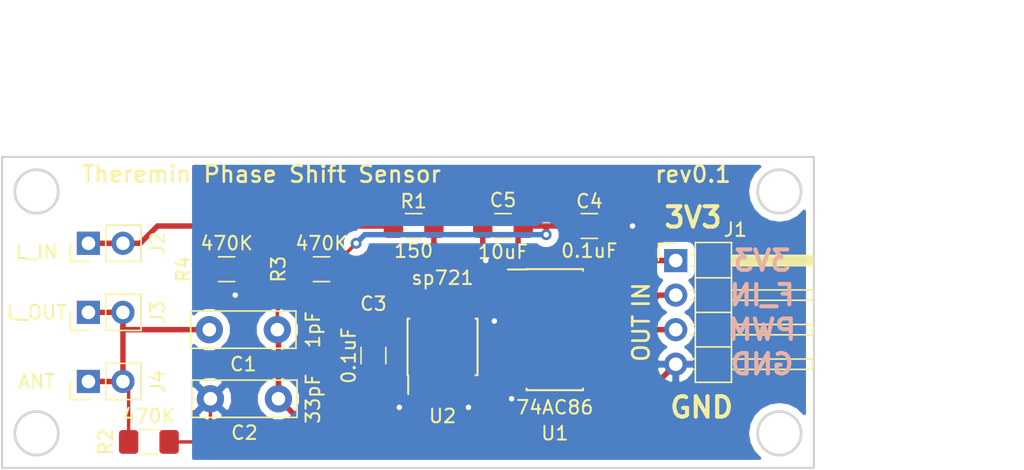
<source format=kicad_pcb>
(kicad_pcb (version 20171130) (host pcbnew "(5.0.2)-1")

  (general
    (thickness 1.6)
    (drawings 20)
    (tracks 135)
    (zones 0)
    (modules 15)
    (nets 15)
  )

  (page A4)
  (title_block
    (title "Theremin Phase Shift Sensor")
    (date 2019-10-10)
    (rev v0.1)
    (comment 1 "Teensy 4 Theremin Project")
    (comment 2 "(c) Vadim Lopatin 2019")
  )

  (layers
    (0 F.Cu signal)
    (31 B.Cu signal)
    (32 B.Adhes user)
    (33 F.Adhes user)
    (34 B.Paste user)
    (35 F.Paste user)
    (36 B.SilkS user)
    (37 F.SilkS user)
    (38 B.Mask user)
    (39 F.Mask user)
    (40 Dwgs.User user)
    (41 Cmts.User user)
    (42 Eco1.User user)
    (43 Eco2.User user)
    (44 Edge.Cuts user)
    (45 Margin user)
    (46 B.CrtYd user)
    (47 F.CrtYd user)
    (48 B.Fab user)
    (49 F.Fab user)
  )

  (setup
    (last_trace_width 0.25)
    (trace_clearance 0.2)
    (zone_clearance 0.508)
    (zone_45_only no)
    (trace_min 0.2)
    (segment_width 0.2)
    (edge_width 0.15)
    (via_size 0.8)
    (via_drill 0.4)
    (via_min_size 0.4)
    (via_min_drill 0.3)
    (uvia_size 0.3)
    (uvia_drill 0.1)
    (uvias_allowed no)
    (uvia_min_size 0.2)
    (uvia_min_drill 0.1)
    (pcb_text_width 0.3)
    (pcb_text_size 1.5 1.5)
    (mod_edge_width 0.15)
    (mod_text_size 1 1)
    (mod_text_width 0.15)
    (pad_size 1.524 1.524)
    (pad_drill 0.762)
    (pad_to_mask_clearance 0.051)
    (solder_mask_min_width 0.25)
    (aux_axis_origin 0 0)
    (visible_elements FFFFFF7F)
    (pcbplotparams
      (layerselection 0x010fc_ffffffff)
      (usegerberextensions false)
      (usegerberattributes false)
      (usegerberadvancedattributes false)
      (creategerberjobfile false)
      (excludeedgelayer true)
      (linewidth 0.100000)
      (plotframeref false)
      (viasonmask false)
      (mode 1)
      (useauxorigin false)
      (hpglpennumber 1)
      (hpglpenspeed 20)
      (hpglpendiameter 15.000000)
      (psnegative false)
      (psa4output false)
      (plotreference true)
      (plotvalue true)
      (plotinvisibletext false)
      (padsonsilk false)
      (subtractmaskfromsilk false)
      (outputformat 1)
      (mirror false)
      (drillshape 1)
      (scaleselection 1)
      (outputdirectory ""))
  )

  (net 0 "")
  (net 1 "Net-(J2-Pad1)")
  (net 2 "Net-(R1-Pad2)")
  (net 3 +3V3)
  (net 4 "Net-(C1-Pad2)")
  (net 5 GND)
  (net 6 "Net-(U2-Pad2)")
  (net 7 "Net-(U2-Pad3)")
  (net 8 "Net-(U2-Pad6)")
  (net 9 /REF_CLK)
  (net 10 "Net-(U1-Pad6)")
  (net 11 /PWM_OUT)
  (net 12 "Net-(U1-Pad10)")
  (net 13 "Net-(C1-Pad1)")
  (net 14 "Net-(U2-Pad7)")

  (net_class Default "This is the default net class."
    (clearance 0.2)
    (trace_width 0.25)
    (via_dia 0.8)
    (via_drill 0.4)
    (uvia_dia 0.3)
    (uvia_drill 0.1)
    (add_net +3V3)
    (add_net /PWM_OUT)
    (add_net /REF_CLK)
    (add_net GND)
    (add_net "Net-(C1-Pad1)")
    (add_net "Net-(C1-Pad2)")
    (add_net "Net-(J2-Pad1)")
    (add_net "Net-(R1-Pad2)")
    (add_net "Net-(U1-Pad10)")
    (add_net "Net-(U1-Pad6)")
    (add_net "Net-(U2-Pad2)")
    (add_net "Net-(U2-Pad3)")
    (add_net "Net-(U2-Pad6)")
    (add_net "Net-(U2-Pad7)")
  )

  (module Resistor_SMD:R_1206_3216Metric_Pad1.42x1.75mm_HandSolder (layer F.Cu) (tedit 5D9F3B46) (tstamp 5D9F836B)
    (at 106.68 79.375)
    (descr "Resistor SMD 1206 (3216 Metric), square (rectangular) end terminal, IPC_7351 nominal with elongated pad for handsoldering. (Body size source: http://www.tortai-tech.com/upload/download/2011102023233369053.pdf), generated with kicad-footprint-generator")
    (tags "resistor handsolder")
    (path /5D9DED92)
    (attr smd)
    (fp_text reference R4 (at -3.175 0 90) (layer F.SilkS)
      (effects (font (size 1 1) (thickness 0.15)))
    )
    (fp_text value 470K (at 0 -1.905) (layer F.SilkS)
      (effects (font (size 1 1) (thickness 0.15)))
    )
    (fp_line (start -1.6 0.8) (end -1.6 -0.8) (layer F.Fab) (width 0.1))
    (fp_line (start -1.6 -0.8) (end 1.6 -0.8) (layer F.Fab) (width 0.1))
    (fp_line (start 1.6 -0.8) (end 1.6 0.8) (layer F.Fab) (width 0.1))
    (fp_line (start 1.6 0.8) (end -1.6 0.8) (layer F.Fab) (width 0.1))
    (fp_line (start -0.602064 -0.91) (end 0.602064 -0.91) (layer F.SilkS) (width 0.12))
    (fp_line (start -0.602064 0.91) (end 0.602064 0.91) (layer F.SilkS) (width 0.12))
    (fp_line (start -2.45 1.12) (end -2.45 -1.12) (layer F.CrtYd) (width 0.05))
    (fp_line (start -2.45 -1.12) (end 2.45 -1.12) (layer F.CrtYd) (width 0.05))
    (fp_line (start 2.45 -1.12) (end 2.45 1.12) (layer F.CrtYd) (width 0.05))
    (fp_line (start 2.45 1.12) (end -2.45 1.12) (layer F.CrtYd) (width 0.05))
    (fp_text user %R (at 0 0) (layer F.Fab)
      (effects (font (size 0.8 0.8) (thickness 0.12)))
    )
    (pad 1 smd roundrect (at -1.4875 0) (size 1.425 1.75) (layers F.Cu F.Paste F.Mask) (roundrect_rratio 0.175439)
      (net 5 GND))
    (pad 2 smd roundrect (at 1.4875 0) (size 1.425 1.75) (layers F.Cu F.Paste F.Mask) (roundrect_rratio 0.175439)
      (net 4 "Net-(C1-Pad2)"))
    (model ${KISYS3DMOD}/Resistor_SMD.3dshapes/R_1206_3216Metric.wrl
      (at (xyz 0 0 0))
      (scale (xyz 1 1 1))
      (rotate (xyz 0 0 0))
    )
  )

  (module Capacitor_THT:C_Disc_D7.5mm_W2.5mm_P5.00mm (layer F.Cu) (tedit 5D9EC6D3) (tstamp 5D9F5EFA)
    (at 110.49 88.9 180)
    (descr "C, Disc series, Radial, pin pitch=5.00mm, , diameter*width=7.5*2.5mm^2, Capacitor, http://www.vishay.com/docs/28535/vy2series.pdf")
    (tags "C Disc series Radial pin pitch 5.00mm  diameter 7.5mm width 2.5mm Capacitor")
    (path /5D9DEE98)
    (fp_text reference C2 (at 2.5 -2.5 180) (layer F.SilkS)
      (effects (font (size 1 1) (thickness 0.15)))
    )
    (fp_text value 33pF (at -2.54 0 270) (layer F.SilkS)
      (effects (font (size 1 1) (thickness 0.15)))
    )
    (fp_text user %R (at 2.5 0 180) (layer F.Fab)
      (effects (font (size 1 1) (thickness 0.15)))
    )
    (fp_line (start 6.5 -1.5) (end -1.5 -1.5) (layer F.CrtYd) (width 0.05))
    (fp_line (start 6.5 1.5) (end 6.5 -1.5) (layer F.CrtYd) (width 0.05))
    (fp_line (start -1.5 1.5) (end 6.5 1.5) (layer F.CrtYd) (width 0.05))
    (fp_line (start -1.5 -1.5) (end -1.5 1.5) (layer F.CrtYd) (width 0.05))
    (fp_line (start 6.37 -1.37) (end 6.37 1.37) (layer F.SilkS) (width 0.12))
    (fp_line (start -1.37 -1.37) (end -1.37 1.37) (layer F.SilkS) (width 0.12))
    (fp_line (start -1.37 1.37) (end 6.37 1.37) (layer F.SilkS) (width 0.12))
    (fp_line (start -1.37 -1.37) (end 6.37 -1.37) (layer F.SilkS) (width 0.12))
    (fp_line (start 6.25 -1.25) (end -1.25 -1.25) (layer F.Fab) (width 0.1))
    (fp_line (start 6.25 1.25) (end 6.25 -1.25) (layer F.Fab) (width 0.1))
    (fp_line (start -1.25 1.25) (end 6.25 1.25) (layer F.Fab) (width 0.1))
    (fp_line (start -1.25 -1.25) (end -1.25 1.25) (layer F.Fab) (width 0.1))
    (pad 2 thru_hole circle (at 5 0 180) (size 2 2) (drill 1) (layers *.Cu *.Mask)
      (net 5 GND))
    (pad 1 thru_hole circle (at 0 0 180) (size 2 2) (drill 1) (layers *.Cu *.Mask)
      (net 4 "Net-(C1-Pad2)"))
    (model ${KISYS3DMOD}/Capacitor_THT.3dshapes/C_Disc_D7.5mm_W2.5mm_P5.00mm.wrl
      (at (xyz 0 0 0))
      (scale (xyz 1 1 1))
      (rotate (xyz 0 0 0))
    )
  )

  (module Capacitor_THT:C_Disc_D7.5mm_W2.5mm_P5.00mm (layer F.Cu) (tedit 5D9EC6CE) (tstamp 5D9F5EE8)
    (at 105.41 83.82)
    (descr "C, Disc series, Radial, pin pitch=5.00mm, , diameter*width=7.5*2.5mm^2, Capacitor, http://www.vishay.com/docs/28535/vy2series.pdf")
    (tags "C Disc series Radial pin pitch 5.00mm  diameter 7.5mm width 2.5mm Capacitor")
    (path /5D9DEE40)
    (fp_text reference C1 (at 2.5 2.54) (layer F.SilkS)
      (effects (font (size 1 1) (thickness 0.15)))
    )
    (fp_text value 1pF (at 7.62 0 90) (layer F.SilkS)
      (effects (font (size 1 1) (thickness 0.15)))
    )
    (fp_line (start -1.25 -1.25) (end -1.25 1.25) (layer F.Fab) (width 0.1))
    (fp_line (start -1.25 1.25) (end 6.25 1.25) (layer F.Fab) (width 0.1))
    (fp_line (start 6.25 1.25) (end 6.25 -1.25) (layer F.Fab) (width 0.1))
    (fp_line (start 6.25 -1.25) (end -1.25 -1.25) (layer F.Fab) (width 0.1))
    (fp_line (start -1.37 -1.37) (end 6.37 -1.37) (layer F.SilkS) (width 0.12))
    (fp_line (start -1.37 1.37) (end 6.37 1.37) (layer F.SilkS) (width 0.12))
    (fp_line (start -1.37 -1.37) (end -1.37 1.37) (layer F.SilkS) (width 0.12))
    (fp_line (start 6.37 -1.37) (end 6.37 1.37) (layer F.SilkS) (width 0.12))
    (fp_line (start -1.5 -1.5) (end -1.5 1.5) (layer F.CrtYd) (width 0.05))
    (fp_line (start -1.5 1.5) (end 6.5 1.5) (layer F.CrtYd) (width 0.05))
    (fp_line (start 6.5 1.5) (end 6.5 -1.5) (layer F.CrtYd) (width 0.05))
    (fp_line (start 6.5 -1.5) (end -1.5 -1.5) (layer F.CrtYd) (width 0.05))
    (fp_text user %R (at 2.5 0) (layer F.Fab)
      (effects (font (size 1 1) (thickness 0.15)))
    )
    (pad 1 thru_hole circle (at 0 0) (size 2 2) (drill 1) (layers *.Cu *.Mask)
      (net 13 "Net-(C1-Pad1)"))
    (pad 2 thru_hole circle (at 5 0) (size 2 2) (drill 1) (layers *.Cu *.Mask)
      (net 4 "Net-(C1-Pad2)"))
    (model ${KISYS3DMOD}/Capacitor_THT.3dshapes/C_Disc_D7.5mm_W2.5mm_P5.00mm.wrl
      (at (xyz 0 0 0))
      (scale (xyz 1 1 1))
      (rotate (xyz 0 0 0))
    )
  )

  (module Capacitor_SMD:C_1206_3216Metric_Pad1.42x1.75mm_HandSolder (layer F.Cu) (tedit 5D9DED9F) (tstamp 5D9ED61A)
    (at 127 76.2 180)
    (descr "Capacitor SMD 1206 (3216 Metric), square (rectangular) end terminal, IPC_7351 nominal with elongated pad for handsoldering. (Body size source: http://www.tortai-tech.com/upload/download/2011102023233369053.pdf), generated with kicad-footprint-generator")
    (tags "capacitor handsolder")
    (path /5D9E444E)
    (attr smd)
    (fp_text reference C5 (at 0 1.905 180) (layer F.SilkS)
      (effects (font (size 1 1) (thickness 0.15)))
    )
    (fp_text value 10uF (at 0 -1.905 180) (layer F.SilkS)
      (effects (font (size 1 1) (thickness 0.15)))
    )
    (fp_line (start -1.6 0.8) (end -1.6 -0.8) (layer F.Fab) (width 0.1))
    (fp_line (start -1.6 -0.8) (end 1.6 -0.8) (layer F.Fab) (width 0.1))
    (fp_line (start 1.6 -0.8) (end 1.6 0.8) (layer F.Fab) (width 0.1))
    (fp_line (start 1.6 0.8) (end -1.6 0.8) (layer F.Fab) (width 0.1))
    (fp_line (start -0.602064 -0.91) (end 0.602064 -0.91) (layer F.SilkS) (width 0.12))
    (fp_line (start -0.602064 0.91) (end 0.602064 0.91) (layer F.SilkS) (width 0.12))
    (fp_line (start -2.45 1.12) (end -2.45 -1.12) (layer F.CrtYd) (width 0.05))
    (fp_line (start -2.45 -1.12) (end 2.45 -1.12) (layer F.CrtYd) (width 0.05))
    (fp_line (start 2.45 -1.12) (end 2.45 1.12) (layer F.CrtYd) (width 0.05))
    (fp_line (start 2.45 1.12) (end -2.45 1.12) (layer F.CrtYd) (width 0.05))
    (fp_text user %R (at 0 0 180) (layer F.Fab)
      (effects (font (size 0.8 0.8) (thickness 0.12)))
    )
    (pad 1 smd roundrect (at -1.4875 0 180) (size 1.425 1.75) (layers F.Cu F.Paste F.Mask) (roundrect_rratio 0.175439)
      (net 3 +3V3))
    (pad 2 smd roundrect (at 1.4875 0 180) (size 1.425 1.75) (layers F.Cu F.Paste F.Mask) (roundrect_rratio 0.175439)
      (net 5 GND))
    (model ${KISYS3DMOD}/Capacitor_SMD.3dshapes/C_1206_3216Metric.wrl
      (at (xyz 0 0 0))
      (scale (xyz 1 1 1))
      (rotate (xyz 0 0 0))
    )
  )

  (module Capacitor_SMD:C_1206_3216Metric_Pad1.42x1.75mm_HandSolder (layer F.Cu) (tedit 5D9DEDA5) (tstamp 5D9ED609)
    (at 133.35 76.2)
    (descr "Capacitor SMD 1206 (3216 Metric), square (rectangular) end terminal, IPC_7351 nominal with elongated pad for handsoldering. (Body size source: http://www.tortai-tech.com/upload/download/2011102023233369053.pdf), generated with kicad-footprint-generator")
    (tags "capacitor handsolder")
    (path /5D9E440E)
    (attr smd)
    (fp_text reference C4 (at 0 -1.82) (layer F.SilkS)
      (effects (font (size 1 1) (thickness 0.15)))
    )
    (fp_text value 0.1uF (at 0 1.82) (layer F.SilkS)
      (effects (font (size 1 1) (thickness 0.15)))
    )
    (fp_text user %R (at 0 0) (layer F.Fab)
      (effects (font (size 0.8 0.8) (thickness 0.12)))
    )
    (fp_line (start 2.45 1.12) (end -2.45 1.12) (layer F.CrtYd) (width 0.05))
    (fp_line (start 2.45 -1.12) (end 2.45 1.12) (layer F.CrtYd) (width 0.05))
    (fp_line (start -2.45 -1.12) (end 2.45 -1.12) (layer F.CrtYd) (width 0.05))
    (fp_line (start -2.45 1.12) (end -2.45 -1.12) (layer F.CrtYd) (width 0.05))
    (fp_line (start -0.602064 0.91) (end 0.602064 0.91) (layer F.SilkS) (width 0.12))
    (fp_line (start -0.602064 -0.91) (end 0.602064 -0.91) (layer F.SilkS) (width 0.12))
    (fp_line (start 1.6 0.8) (end -1.6 0.8) (layer F.Fab) (width 0.1))
    (fp_line (start 1.6 -0.8) (end 1.6 0.8) (layer F.Fab) (width 0.1))
    (fp_line (start -1.6 -0.8) (end 1.6 -0.8) (layer F.Fab) (width 0.1))
    (fp_line (start -1.6 0.8) (end -1.6 -0.8) (layer F.Fab) (width 0.1))
    (pad 2 smd roundrect (at 1.4875 0) (size 1.425 1.75) (layers F.Cu F.Paste F.Mask) (roundrect_rratio 0.175439)
      (net 5 GND))
    (pad 1 smd roundrect (at -1.4875 0) (size 1.425 1.75) (layers F.Cu F.Paste F.Mask) (roundrect_rratio 0.175439)
      (net 3 +3V3))
    (model ${KISYS3DMOD}/Capacitor_SMD.3dshapes/C_1206_3216Metric.wrl
      (at (xyz 0 0 0))
      (scale (xyz 1 1 1))
      (rotate (xyz 0 0 0))
    )
  )

  (module Capacitor_SMD:C_1206_3216Metric_Pad1.42x1.75mm_HandSolder (layer F.Cu) (tedit 5D9DEDAD) (tstamp 5D9ED5F8)
    (at 117.475 85.725 270)
    (descr "Capacitor SMD 1206 (3216 Metric), square (rectangular) end terminal, IPC_7351 nominal with elongated pad for handsoldering. (Body size source: http://www.tortai-tech.com/upload/download/2011102023233369053.pdf), generated with kicad-footprint-generator")
    (tags "capacitor handsolder")
    (path /5D9E43AA)
    (attr smd)
    (fp_text reference C3 (at -3.81 0) (layer F.SilkS)
      (effects (font (size 1 1) (thickness 0.15)))
    )
    (fp_text value 0.1uF (at 0 1.82 270) (layer F.SilkS)
      (effects (font (size 1 1) (thickness 0.15)))
    )
    (fp_line (start -1.6 0.8) (end -1.6 -0.8) (layer F.Fab) (width 0.1))
    (fp_line (start -1.6 -0.8) (end 1.6 -0.8) (layer F.Fab) (width 0.1))
    (fp_line (start 1.6 -0.8) (end 1.6 0.8) (layer F.Fab) (width 0.1))
    (fp_line (start 1.6 0.8) (end -1.6 0.8) (layer F.Fab) (width 0.1))
    (fp_line (start -0.602064 -0.91) (end 0.602064 -0.91) (layer F.SilkS) (width 0.12))
    (fp_line (start -0.602064 0.91) (end 0.602064 0.91) (layer F.SilkS) (width 0.12))
    (fp_line (start -2.45 1.12) (end -2.45 -1.12) (layer F.CrtYd) (width 0.05))
    (fp_line (start -2.45 -1.12) (end 2.45 -1.12) (layer F.CrtYd) (width 0.05))
    (fp_line (start 2.45 -1.12) (end 2.45 1.12) (layer F.CrtYd) (width 0.05))
    (fp_line (start 2.45 1.12) (end -2.45 1.12) (layer F.CrtYd) (width 0.05))
    (fp_text user %R (at 0 0 270) (layer F.Fab)
      (effects (font (size 0.8 0.8) (thickness 0.12)))
    )
    (pad 1 smd roundrect (at -1.4875 0 270) (size 1.425 1.75) (layers F.Cu F.Paste F.Mask) (roundrect_rratio 0.175439)
      (net 3 +3V3))
    (pad 2 smd roundrect (at 1.4875 0 270) (size 1.425 1.75) (layers F.Cu F.Paste F.Mask) (roundrect_rratio 0.175439)
      (net 5 GND))
    (model ${KISYS3DMOD}/Capacitor_SMD.3dshapes/C_1206_3216Metric.wrl
      (at (xyz 0 0 0))
      (scale (xyz 1 1 1))
      (rotate (xyz 0 0 0))
    )
  )

  (module Connector_PinHeader_2.54mm:PinHeader_1x02_P2.54mm_Vertical (layer F.Cu) (tedit 5D9ECBF6) (tstamp 5D9ED5C5)
    (at 96.52 87.63 90)
    (descr "Through hole straight pin header, 1x02, 2.54mm pitch, single row")
    (tags "Through hole pin header THT 1x02 2.54mm single row")
    (path /5D9FD990)
    (fp_text reference J4 (at 0 5.08 90) (layer F.SilkS)
      (effects (font (size 1 1) (thickness 0.15)))
    )
    (fp_text value ANT (at 0 -3.81 180) (layer F.SilkS)
      (effects (font (size 1 1) (thickness 0.15)))
    )
    (fp_line (start -0.635 -1.27) (end 1.27 -1.27) (layer F.Fab) (width 0.1))
    (fp_line (start 1.27 -1.27) (end 1.27 3.81) (layer F.Fab) (width 0.1))
    (fp_line (start 1.27 3.81) (end -1.27 3.81) (layer F.Fab) (width 0.1))
    (fp_line (start -1.27 3.81) (end -1.27 -0.635) (layer F.Fab) (width 0.1))
    (fp_line (start -1.27 -0.635) (end -0.635 -1.27) (layer F.Fab) (width 0.1))
    (fp_line (start -1.33 3.87) (end 1.33 3.87) (layer F.SilkS) (width 0.12))
    (fp_line (start -1.33 1.27) (end -1.33 3.87) (layer F.SilkS) (width 0.12))
    (fp_line (start 1.33 1.27) (end 1.33 3.87) (layer F.SilkS) (width 0.12))
    (fp_line (start -1.33 1.27) (end 1.33 1.27) (layer F.SilkS) (width 0.12))
    (fp_line (start -1.33 0) (end -1.33 -1.33) (layer F.SilkS) (width 0.12))
    (fp_line (start -1.33 -1.33) (end 0 -1.33) (layer F.SilkS) (width 0.12))
    (fp_line (start -1.8 -1.8) (end -1.8 4.35) (layer F.CrtYd) (width 0.05))
    (fp_line (start -1.8 4.35) (end 1.8 4.35) (layer F.CrtYd) (width 0.05))
    (fp_line (start 1.8 4.35) (end 1.8 -1.8) (layer F.CrtYd) (width 0.05))
    (fp_line (start 1.8 -1.8) (end -1.8 -1.8) (layer F.CrtYd) (width 0.05))
    (fp_text user %R (at 0 1.27 180) (layer F.Fab)
      (effects (font (size 1 1) (thickness 0.15)))
    )
    (pad 1 thru_hole rect (at 0 0 90) (size 1.7 1.7) (drill 1) (layers *.Cu *.Mask)
      (net 13 "Net-(C1-Pad1)"))
    (pad 2 thru_hole oval (at 0 2.54 90) (size 1.7 1.7) (drill 1) (layers *.Cu *.Mask)
      (net 13 "Net-(C1-Pad1)"))
    (model ${KISYS3DMOD}/Connector_PinHeader_2.54mm.3dshapes/PinHeader_1x02_P2.54mm_Vertical.wrl
      (at (xyz 0 0 0))
      (scale (xyz 1 1 1))
      (rotate (xyz 0 0 0))
    )
  )

  (module Connector_PinHeader_2.54mm:PinHeader_1x02_P2.54mm_Vertical (layer F.Cu) (tedit 5D9DEE10) (tstamp 5D9ED5AF)
    (at 96.52 82.55 90)
    (descr "Through hole straight pin header, 1x02, 2.54mm pitch, single row")
    (tags "Through hole pin header THT 1x02 2.54mm single row")
    (path /5D9FD952)
    (fp_text reference J3 (at 0 5.08 90) (layer F.SilkS)
      (effects (font (size 1 1) (thickness 0.15)))
    )
    (fp_text value L_OUT (at 0 -3.81 180) (layer F.SilkS)
      (effects (font (size 1 1) (thickness 0.15)))
    )
    (fp_text user %R (at 0 1.27 180) (layer F.Fab)
      (effects (font (size 1 1) (thickness 0.15)))
    )
    (fp_line (start 1.8 -1.8) (end -1.8 -1.8) (layer F.CrtYd) (width 0.05))
    (fp_line (start 1.8 4.35) (end 1.8 -1.8) (layer F.CrtYd) (width 0.05))
    (fp_line (start -1.8 4.35) (end 1.8 4.35) (layer F.CrtYd) (width 0.05))
    (fp_line (start -1.8 -1.8) (end -1.8 4.35) (layer F.CrtYd) (width 0.05))
    (fp_line (start -1.33 -1.33) (end 0 -1.33) (layer F.SilkS) (width 0.12))
    (fp_line (start -1.33 0) (end -1.33 -1.33) (layer F.SilkS) (width 0.12))
    (fp_line (start -1.33 1.27) (end 1.33 1.27) (layer F.SilkS) (width 0.12))
    (fp_line (start 1.33 1.27) (end 1.33 3.87) (layer F.SilkS) (width 0.12))
    (fp_line (start -1.33 1.27) (end -1.33 3.87) (layer F.SilkS) (width 0.12))
    (fp_line (start -1.33 3.87) (end 1.33 3.87) (layer F.SilkS) (width 0.12))
    (fp_line (start -1.27 -0.635) (end -0.635 -1.27) (layer F.Fab) (width 0.1))
    (fp_line (start -1.27 3.81) (end -1.27 -0.635) (layer F.Fab) (width 0.1))
    (fp_line (start 1.27 3.81) (end -1.27 3.81) (layer F.Fab) (width 0.1))
    (fp_line (start 1.27 -1.27) (end 1.27 3.81) (layer F.Fab) (width 0.1))
    (fp_line (start -0.635 -1.27) (end 1.27 -1.27) (layer F.Fab) (width 0.1))
    (pad 2 thru_hole oval (at 0 2.54 90) (size 1.7 1.7) (drill 1) (layers *.Cu *.Mask)
      (net 13 "Net-(C1-Pad1)"))
    (pad 1 thru_hole rect (at 0 0 90) (size 1.7 1.7) (drill 1) (layers *.Cu *.Mask)
      (net 13 "Net-(C1-Pad1)"))
    (model ${KISYS3DMOD}/Connector_PinHeader_2.54mm.3dshapes/PinHeader_1x02_P2.54mm_Vertical.wrl
      (at (xyz 0 0 0))
      (scale (xyz 1 1 1))
      (rotate (xyz 0 0 0))
    )
  )

  (module Connector_PinHeader_2.54mm:PinHeader_1x02_P2.54mm_Vertical (layer F.Cu) (tedit 5D9DEE08) (tstamp 5D9ED599)
    (at 96.52 77.47 90)
    (descr "Through hole straight pin header, 1x02, 2.54mm pitch, single row")
    (tags "Through hole pin header THT 1x02 2.54mm single row")
    (path /5D9FD8BA)
    (fp_text reference J2 (at 0 5.08 90) (layer F.SilkS)
      (effects (font (size 1 1) (thickness 0.15)))
    )
    (fp_text value L_IN (at -0.635 -3.81 180) (layer F.SilkS)
      (effects (font (size 1 1) (thickness 0.15)))
    )
    (fp_line (start -0.635 -1.27) (end 1.27 -1.27) (layer F.Fab) (width 0.1))
    (fp_line (start 1.27 -1.27) (end 1.27 3.81) (layer F.Fab) (width 0.1))
    (fp_line (start 1.27 3.81) (end -1.27 3.81) (layer F.Fab) (width 0.1))
    (fp_line (start -1.27 3.81) (end -1.27 -0.635) (layer F.Fab) (width 0.1))
    (fp_line (start -1.27 -0.635) (end -0.635 -1.27) (layer F.Fab) (width 0.1))
    (fp_line (start -1.33 3.87) (end 1.33 3.87) (layer F.SilkS) (width 0.12))
    (fp_line (start -1.33 1.27) (end -1.33 3.87) (layer F.SilkS) (width 0.12))
    (fp_line (start 1.33 1.27) (end 1.33 3.87) (layer F.SilkS) (width 0.12))
    (fp_line (start -1.33 1.27) (end 1.33 1.27) (layer F.SilkS) (width 0.12))
    (fp_line (start -1.33 0) (end -1.33 -1.33) (layer F.SilkS) (width 0.12))
    (fp_line (start -1.33 -1.33) (end 0 -1.33) (layer F.SilkS) (width 0.12))
    (fp_line (start -1.8 -1.8) (end -1.8 4.35) (layer F.CrtYd) (width 0.05))
    (fp_line (start -1.8 4.35) (end 1.8 4.35) (layer F.CrtYd) (width 0.05))
    (fp_line (start 1.8 4.35) (end 1.8 -1.8) (layer F.CrtYd) (width 0.05))
    (fp_line (start 1.8 -1.8) (end -1.8 -1.8) (layer F.CrtYd) (width 0.05))
    (fp_text user %R (at 0 1.27 180) (layer F.Fab)
      (effects (font (size 1 1) (thickness 0.15)))
    )
    (pad 1 thru_hole rect (at 0 0 90) (size 1.7 1.7) (drill 1) (layers *.Cu *.Mask)
      (net 1 "Net-(J2-Pad1)"))
    (pad 2 thru_hole oval (at 0 2.54 90) (size 1.7 1.7) (drill 1) (layers *.Cu *.Mask)
      (net 1 "Net-(J2-Pad1)"))
    (model ${KISYS3DMOD}/Connector_PinHeader_2.54mm.3dshapes/PinHeader_1x02_P2.54mm_Vertical.wrl
      (at (xyz 0 0 0))
      (scale (xyz 1 1 1))
      (rotate (xyz 0 0 0))
    )
  )

  (module Connector_PinHeader_2.54mm:PinHeader_1x04_P2.54mm_Horizontal (layer F.Cu) (tedit 59FED5CB) (tstamp 5D9ED583)
    (at 139.7 78.74)
    (descr "Through hole angled pin header, 1x04, 2.54mm pitch, 6mm pin length, single row")
    (tags "Through hole angled pin header THT 1x04 2.54mm single row")
    (path /5D9E12F4)
    (fp_text reference J1 (at 4.385 -2.27) (layer F.SilkS)
      (effects (font (size 1 1) (thickness 0.15)))
    )
    (fp_text value SENSOR (at 2.54 12.7 180) (layer F.Fab)
      (effects (font (size 1 1) (thickness 0.15)))
    )
    (fp_line (start 2.135 -1.27) (end 4.04 -1.27) (layer F.Fab) (width 0.1))
    (fp_line (start 4.04 -1.27) (end 4.04 8.89) (layer F.Fab) (width 0.1))
    (fp_line (start 4.04 8.89) (end 1.5 8.89) (layer F.Fab) (width 0.1))
    (fp_line (start 1.5 8.89) (end 1.5 -0.635) (layer F.Fab) (width 0.1))
    (fp_line (start 1.5 -0.635) (end 2.135 -1.27) (layer F.Fab) (width 0.1))
    (fp_line (start -0.32 -0.32) (end 1.5 -0.32) (layer F.Fab) (width 0.1))
    (fp_line (start -0.32 -0.32) (end -0.32 0.32) (layer F.Fab) (width 0.1))
    (fp_line (start -0.32 0.32) (end 1.5 0.32) (layer F.Fab) (width 0.1))
    (fp_line (start 4.04 -0.32) (end 10.04 -0.32) (layer F.Fab) (width 0.1))
    (fp_line (start 10.04 -0.32) (end 10.04 0.32) (layer F.Fab) (width 0.1))
    (fp_line (start 4.04 0.32) (end 10.04 0.32) (layer F.Fab) (width 0.1))
    (fp_line (start -0.32 2.22) (end 1.5 2.22) (layer F.Fab) (width 0.1))
    (fp_line (start -0.32 2.22) (end -0.32 2.86) (layer F.Fab) (width 0.1))
    (fp_line (start -0.32 2.86) (end 1.5 2.86) (layer F.Fab) (width 0.1))
    (fp_line (start 4.04 2.22) (end 10.04 2.22) (layer F.Fab) (width 0.1))
    (fp_line (start 10.04 2.22) (end 10.04 2.86) (layer F.Fab) (width 0.1))
    (fp_line (start 4.04 2.86) (end 10.04 2.86) (layer F.Fab) (width 0.1))
    (fp_line (start -0.32 4.76) (end 1.5 4.76) (layer F.Fab) (width 0.1))
    (fp_line (start -0.32 4.76) (end -0.32 5.4) (layer F.Fab) (width 0.1))
    (fp_line (start -0.32 5.4) (end 1.5 5.4) (layer F.Fab) (width 0.1))
    (fp_line (start 4.04 4.76) (end 10.04 4.76) (layer F.Fab) (width 0.1))
    (fp_line (start 10.04 4.76) (end 10.04 5.4) (layer F.Fab) (width 0.1))
    (fp_line (start 4.04 5.4) (end 10.04 5.4) (layer F.Fab) (width 0.1))
    (fp_line (start -0.32 7.3) (end 1.5 7.3) (layer F.Fab) (width 0.1))
    (fp_line (start -0.32 7.3) (end -0.32 7.94) (layer F.Fab) (width 0.1))
    (fp_line (start -0.32 7.94) (end 1.5 7.94) (layer F.Fab) (width 0.1))
    (fp_line (start 4.04 7.3) (end 10.04 7.3) (layer F.Fab) (width 0.1))
    (fp_line (start 10.04 7.3) (end 10.04 7.94) (layer F.Fab) (width 0.1))
    (fp_line (start 4.04 7.94) (end 10.04 7.94) (layer F.Fab) (width 0.1))
    (fp_line (start 1.44 -1.33) (end 1.44 8.95) (layer F.SilkS) (width 0.12))
    (fp_line (start 1.44 8.95) (end 4.1 8.95) (layer F.SilkS) (width 0.12))
    (fp_line (start 4.1 8.95) (end 4.1 -1.33) (layer F.SilkS) (width 0.12))
    (fp_line (start 4.1 -1.33) (end 1.44 -1.33) (layer F.SilkS) (width 0.12))
    (fp_line (start 4.1 -0.38) (end 10.1 -0.38) (layer F.SilkS) (width 0.12))
    (fp_line (start 10.1 -0.38) (end 10.1 0.38) (layer F.SilkS) (width 0.12))
    (fp_line (start 10.1 0.38) (end 4.1 0.38) (layer F.SilkS) (width 0.12))
    (fp_line (start 4.1 -0.32) (end 10.1 -0.32) (layer F.SilkS) (width 0.12))
    (fp_line (start 4.1 -0.2) (end 10.1 -0.2) (layer F.SilkS) (width 0.12))
    (fp_line (start 4.1 -0.08) (end 10.1 -0.08) (layer F.SilkS) (width 0.12))
    (fp_line (start 4.1 0.04) (end 10.1 0.04) (layer F.SilkS) (width 0.12))
    (fp_line (start 4.1 0.16) (end 10.1 0.16) (layer F.SilkS) (width 0.12))
    (fp_line (start 4.1 0.28) (end 10.1 0.28) (layer F.SilkS) (width 0.12))
    (fp_line (start 1.11 -0.38) (end 1.44 -0.38) (layer F.SilkS) (width 0.12))
    (fp_line (start 1.11 0.38) (end 1.44 0.38) (layer F.SilkS) (width 0.12))
    (fp_line (start 1.44 1.27) (end 4.1 1.27) (layer F.SilkS) (width 0.12))
    (fp_line (start 4.1 2.16) (end 10.1 2.16) (layer F.SilkS) (width 0.12))
    (fp_line (start 10.1 2.16) (end 10.1 2.92) (layer F.SilkS) (width 0.12))
    (fp_line (start 10.1 2.92) (end 4.1 2.92) (layer F.SilkS) (width 0.12))
    (fp_line (start 1.042929 2.16) (end 1.44 2.16) (layer F.SilkS) (width 0.12))
    (fp_line (start 1.042929 2.92) (end 1.44 2.92) (layer F.SilkS) (width 0.12))
    (fp_line (start 1.44 3.81) (end 4.1 3.81) (layer F.SilkS) (width 0.12))
    (fp_line (start 4.1 4.7) (end 10.1 4.7) (layer F.SilkS) (width 0.12))
    (fp_line (start 10.1 4.7) (end 10.1 5.46) (layer F.SilkS) (width 0.12))
    (fp_line (start 10.1 5.46) (end 4.1 5.46) (layer F.SilkS) (width 0.12))
    (fp_line (start 1.042929 4.7) (end 1.44 4.7) (layer F.SilkS) (width 0.12))
    (fp_line (start 1.042929 5.46) (end 1.44 5.46) (layer F.SilkS) (width 0.12))
    (fp_line (start 1.44 6.35) (end 4.1 6.35) (layer F.SilkS) (width 0.12))
    (fp_line (start 4.1 7.24) (end 10.1 7.24) (layer F.SilkS) (width 0.12))
    (fp_line (start 10.1 7.24) (end 10.1 8) (layer F.SilkS) (width 0.12))
    (fp_line (start 10.1 8) (end 4.1 8) (layer F.SilkS) (width 0.12))
    (fp_line (start 1.042929 7.24) (end 1.44 7.24) (layer F.SilkS) (width 0.12))
    (fp_line (start 1.042929 8) (end 1.44 8) (layer F.SilkS) (width 0.12))
    (fp_line (start -1.27 0) (end -1.27 -1.27) (layer F.SilkS) (width 0.12))
    (fp_line (start -1.27 -1.27) (end 0 -1.27) (layer F.SilkS) (width 0.12))
    (fp_line (start -1.8 -1.8) (end -1.8 9.4) (layer F.CrtYd) (width 0.05))
    (fp_line (start -1.8 9.4) (end 10.55 9.4) (layer F.CrtYd) (width 0.05))
    (fp_line (start 10.55 9.4) (end 10.55 -1.8) (layer F.CrtYd) (width 0.05))
    (fp_line (start 10.55 -1.8) (end -1.8 -1.8) (layer F.CrtYd) (width 0.05))
    (fp_text user %R (at 2.77 3.81 90) (layer F.Fab)
      (effects (font (size 1 1) (thickness 0.15)))
    )
    (pad 1 thru_hole rect (at 0 0) (size 1.7 1.7) (drill 1) (layers *.Cu *.Mask)
      (net 3 +3V3))
    (pad 2 thru_hole oval (at 0 2.54) (size 1.7 1.7) (drill 1) (layers *.Cu *.Mask)
      (net 9 /REF_CLK))
    (pad 3 thru_hole oval (at 0 5.08) (size 1.7 1.7) (drill 1) (layers *.Cu *.Mask)
      (net 11 /PWM_OUT))
    (pad 4 thru_hole oval (at 0 7.62) (size 1.7 1.7) (drill 1) (layers *.Cu *.Mask)
      (net 5 GND))
    (model ${KISYS3DMOD}/Connector_PinHeader_2.54mm.3dshapes/PinHeader_1x04_P2.54mm_Horizontal.wrl
      (at (xyz 0 0 0))
      (scale (xyz 1 1 1))
      (rotate (xyz 0 0 0))
    )
  )

  (module Package_SO:SOIC-14_3.9x8.7mm_P1.27mm (layer F.Cu) (tedit 5D9EE241) (tstamp 5D9ED536)
    (at 130.81 83.82)
    (descr "14-Lead Plastic Small Outline (SL) - Narrow, 3.90 mm Body [SOIC] (see Microchip Packaging Specification 00000049BS.pdf)")
    (tags "SOIC 1.27")
    (path /5D9DD4EA)
    (attr smd)
    (fp_text reference U1 (at 0 7.62) (layer F.SilkS)
      (effects (font (size 1 1) (thickness 0.15)))
    )
    (fp_text value 74AC86 (at 0 5.715) (layer F.SilkS)
      (effects (font (size 1 1) (thickness 0.15)))
    )
    (fp_text user %R (at 0 0) (layer F.Fab)
      (effects (font (size 0.9 0.9) (thickness 0.135)))
    )
    (fp_line (start -0.95 -4.35) (end 1.95 -4.35) (layer F.Fab) (width 0.15))
    (fp_line (start 1.95 -4.35) (end 1.95 4.35) (layer F.Fab) (width 0.15))
    (fp_line (start 1.95 4.35) (end -1.95 4.35) (layer F.Fab) (width 0.15))
    (fp_line (start -1.95 4.35) (end -1.95 -3.35) (layer F.Fab) (width 0.15))
    (fp_line (start -1.95 -3.35) (end -0.95 -4.35) (layer F.Fab) (width 0.15))
    (fp_line (start -3.7 -4.65) (end -3.7 4.65) (layer F.CrtYd) (width 0.05))
    (fp_line (start 3.7 -4.65) (end 3.7 4.65) (layer F.CrtYd) (width 0.05))
    (fp_line (start -3.7 -4.65) (end 3.7 -4.65) (layer F.CrtYd) (width 0.05))
    (fp_line (start -3.7 4.65) (end 3.7 4.65) (layer F.CrtYd) (width 0.05))
    (fp_line (start -2.075 -4.45) (end -2.075 -4.425) (layer F.SilkS) (width 0.15))
    (fp_line (start 2.075 -4.45) (end 2.075 -4.335) (layer F.SilkS) (width 0.15))
    (fp_line (start 2.075 4.45) (end 2.075 4.335) (layer F.SilkS) (width 0.15))
    (fp_line (start -2.075 4.45) (end -2.075 4.335) (layer F.SilkS) (width 0.15))
    (fp_line (start -2.075 -4.45) (end 2.075 -4.45) (layer F.SilkS) (width 0.15))
    (fp_line (start -2.075 4.45) (end 2.075 4.45) (layer F.SilkS) (width 0.15))
    (fp_line (start -2.075 -4.425) (end -3.45 -4.425) (layer F.SilkS) (width 0.15))
    (pad 1 smd rect (at -2.7 -3.81) (size 1.5 0.6) (layers F.Cu F.Paste F.Mask)
      (net 3 +3V3))
    (pad 2 smd rect (at -2.7 -2.54) (size 1.5 0.6) (layers F.Cu F.Paste F.Mask)
      (net 9 /REF_CLK))
    (pad 3 smd rect (at -2.7 -1.27) (size 1.5 0.6) (layers F.Cu F.Paste F.Mask)
      (net 2 "Net-(R1-Pad2)"))
    (pad 4 smd rect (at -2.7 0) (size 1.5 0.6) (layers F.Cu F.Paste F.Mask)
      (net 5 GND))
    (pad 5 smd rect (at -2.7 1.27) (size 1.5 0.6) (layers F.Cu F.Paste F.Mask)
      (net 5 GND))
    (pad 6 smd rect (at -2.7 2.54) (size 1.5 0.6) (layers F.Cu F.Paste F.Mask)
      (net 10 "Net-(U1-Pad6)"))
    (pad 7 smd rect (at -2.7 3.81) (size 1.5 0.6) (layers F.Cu F.Paste F.Mask)
      (net 5 GND))
    (pad 8 smd rect (at 2.7 3.81) (size 1.5 0.6) (layers F.Cu F.Paste F.Mask)
      (net 11 /PWM_OUT))
    (pad 9 smd rect (at 2.7 2.54) (size 1.5 0.6) (layers F.Cu F.Paste F.Mask)
      (net 4 "Net-(C1-Pad2)"))
    (pad 10 smd rect (at 2.7 1.27) (size 1.5 0.6) (layers F.Cu F.Paste F.Mask)
      (net 12 "Net-(U1-Pad10)"))
    (pad 11 smd rect (at 2.7 0) (size 1.5 0.6) (layers F.Cu F.Paste F.Mask)
      (net 12 "Net-(U1-Pad10)"))
    (pad 12 smd rect (at 2.7 -1.27) (size 1.5 0.6) (layers F.Cu F.Paste F.Mask)
      (net 9 /REF_CLK))
    (pad 13 smd rect (at 2.7 -2.54) (size 1.5 0.6) (layers F.Cu F.Paste F.Mask)
      (net 3 +3V3))
    (pad 14 smd rect (at 2.7 -3.81) (size 1.5 0.6) (layers F.Cu F.Paste F.Mask)
      (net 3 +3V3))
    (model ${KISYS3DMOD}/Package_SO.3dshapes/SOIC-14_3.9x8.7mm_P1.27mm.wrl
      (at (xyz 0 0 0))
      (scale (xyz 1 1 1))
      (rotate (xyz 0 0 0))
    )
  )

  (module Package_SO:SOIC-8_3.9x4.9mm_P1.27mm (layer F.Cu) (tedit 5D9DED8C) (tstamp 5D9ED513)
    (at 122.555 85.09 90)
    (descr "8-Lead Plastic Small Outline (SN) - Narrow, 3.90 mm Body [SOIC] (see Microchip Packaging Specification http://ww1.microchip.com/downloads/en/PackagingSpec/00000049BQ.pdf)")
    (tags "SOIC 1.27")
    (path /5D9E4310)
    (attr smd)
    (fp_text reference U2 (at -5.08 0 180) (layer F.SilkS)
      (effects (font (size 1 1) (thickness 0.15)))
    )
    (fp_text value sp721 (at 5.08 0 180) (layer F.SilkS)
      (effects (font (size 1 1) (thickness 0.15)))
    )
    (fp_text user %R (at 0 0 90) (layer F.Fab)
      (effects (font (size 1 1) (thickness 0.15)))
    )
    (fp_line (start -0.95 -2.45) (end 1.95 -2.45) (layer F.Fab) (width 0.1))
    (fp_line (start 1.95 -2.45) (end 1.95 2.45) (layer F.Fab) (width 0.1))
    (fp_line (start 1.95 2.45) (end -1.95 2.45) (layer F.Fab) (width 0.1))
    (fp_line (start -1.95 2.45) (end -1.95 -1.45) (layer F.Fab) (width 0.1))
    (fp_line (start -1.95 -1.45) (end -0.95 -2.45) (layer F.Fab) (width 0.1))
    (fp_line (start -3.73 -2.7) (end -3.73 2.7) (layer F.CrtYd) (width 0.05))
    (fp_line (start 3.73 -2.7) (end 3.73 2.7) (layer F.CrtYd) (width 0.05))
    (fp_line (start -3.73 -2.7) (end 3.73 -2.7) (layer F.CrtYd) (width 0.05))
    (fp_line (start -3.73 2.7) (end 3.73 2.7) (layer F.CrtYd) (width 0.05))
    (fp_line (start -2.075 -2.575) (end -2.075 -2.525) (layer F.SilkS) (width 0.15))
    (fp_line (start 2.075 -2.575) (end 2.075 -2.43) (layer F.SilkS) (width 0.15))
    (fp_line (start 2.075 2.575) (end 2.075 2.43) (layer F.SilkS) (width 0.15))
    (fp_line (start -2.075 2.575) (end -2.075 2.43) (layer F.SilkS) (width 0.15))
    (fp_line (start -2.075 -2.575) (end 2.075 -2.575) (layer F.SilkS) (width 0.15))
    (fp_line (start -2.075 2.575) (end 2.075 2.575) (layer F.SilkS) (width 0.15))
    (fp_line (start -2.075 -2.525) (end -3.475 -2.525) (layer F.SilkS) (width 0.15))
    (pad 1 smd rect (at -2.7 -1.905 90) (size 1.55 0.6) (layers F.Cu F.Paste F.Mask)
      (net 4 "Net-(C1-Pad2)"))
    (pad 2 smd rect (at -2.7 -0.635 90) (size 1.55 0.6) (layers F.Cu F.Paste F.Mask)
      (net 6 "Net-(U2-Pad2)"))
    (pad 3 smd rect (at -2.7 0.635 90) (size 1.55 0.6) (layers F.Cu F.Paste F.Mask)
      (net 7 "Net-(U2-Pad3)"))
    (pad 4 smd rect (at -2.7 1.905 90) (size 1.55 0.6) (layers F.Cu F.Paste F.Mask)
      (net 5 GND))
    (pad 5 smd rect (at 2.7 1.905 90) (size 1.55 0.6) (layers F.Cu F.Paste F.Mask)
      (net 2 "Net-(R1-Pad2)"))
    (pad 6 smd rect (at 2.7 0.635 90) (size 1.55 0.6) (layers F.Cu F.Paste F.Mask)
      (net 8 "Net-(U2-Pad6)"))
    (pad 7 smd rect (at 2.7 -0.635 90) (size 1.55 0.6) (layers F.Cu F.Paste F.Mask)
      (net 14 "Net-(U2-Pad7)"))
    (pad 8 smd rect (at 2.7 -1.905 90) (size 1.55 0.6) (layers F.Cu F.Paste F.Mask)
      (net 3 +3V3))
    (model ${KISYS3DMOD}/Package_SO.3dshapes/SOIC-8_3.9x4.9mm_P1.27mm.wrl
      (at (xyz 0 0 0))
      (scale (xyz 1 1 1))
      (rotate (xyz 0 0 0))
    )
  )

  (module Resistor_SMD:R_1206_3216Metric_Pad1.42x1.75mm_HandSolder (layer F.Cu) (tedit 5D9DEDBC) (tstamp 5D9ED4F6)
    (at 113.665 79.375)
    (descr "Resistor SMD 1206 (3216 Metric), square (rectangular) end terminal, IPC_7351 nominal with elongated pad for handsoldering. (Body size source: http://www.tortai-tech.com/upload/download/2011102023233369053.pdf), generated with kicad-footprint-generator")
    (tags "resistor handsolder")
    (path /5D9DED0A)
    (attr smd)
    (fp_text reference R3 (at -3.175 0 90) (layer F.SilkS)
      (effects (font (size 1 1) (thickness 0.15)))
    )
    (fp_text value 470K (at 0 -1.905) (layer F.SilkS)
      (effects (font (size 1 1) (thickness 0.15)))
    )
    (fp_line (start -1.6 0.8) (end -1.6 -0.8) (layer F.Fab) (width 0.1))
    (fp_line (start -1.6 -0.8) (end 1.6 -0.8) (layer F.Fab) (width 0.1))
    (fp_line (start 1.6 -0.8) (end 1.6 0.8) (layer F.Fab) (width 0.1))
    (fp_line (start 1.6 0.8) (end -1.6 0.8) (layer F.Fab) (width 0.1))
    (fp_line (start -0.602064 -0.91) (end 0.602064 -0.91) (layer F.SilkS) (width 0.12))
    (fp_line (start -0.602064 0.91) (end 0.602064 0.91) (layer F.SilkS) (width 0.12))
    (fp_line (start -2.45 1.12) (end -2.45 -1.12) (layer F.CrtYd) (width 0.05))
    (fp_line (start -2.45 -1.12) (end 2.45 -1.12) (layer F.CrtYd) (width 0.05))
    (fp_line (start 2.45 -1.12) (end 2.45 1.12) (layer F.CrtYd) (width 0.05))
    (fp_line (start 2.45 1.12) (end -2.45 1.12) (layer F.CrtYd) (width 0.05))
    (fp_text user %R (at 0 0) (layer F.Fab)
      (effects (font (size 0.8 0.8) (thickness 0.12)))
    )
    (pad 1 smd roundrect (at -1.4875 0) (size 1.425 1.75) (layers F.Cu F.Paste F.Mask) (roundrect_rratio 0.175439)
      (net 4 "Net-(C1-Pad2)"))
    (pad 2 smd roundrect (at 1.4875 0) (size 1.425 1.75) (layers F.Cu F.Paste F.Mask) (roundrect_rratio 0.175439)
      (net 3 +3V3))
    (model ${KISYS3DMOD}/Resistor_SMD.3dshapes/R_1206_3216Metric.wrl
      (at (xyz 0 0 0))
      (scale (xyz 1 1 1))
      (rotate (xyz 0 0 0))
    )
  )

  (module Resistor_SMD:R_1206_3216Metric_Pad1.42x1.75mm_HandSolder (layer F.Cu) (tedit 5D9DEDB3) (tstamp 5D9ED4E5)
    (at 100.965 92.075 180)
    (descr "Resistor SMD 1206 (3216 Metric), square (rectangular) end terminal, IPC_7351 nominal with elongated pad for handsoldering. (Body size source: http://www.tortai-tech.com/upload/download/2011102023233369053.pdf), generated with kicad-footprint-generator")
    (tags "resistor handsolder")
    (path /5DA27ACE)
    (attr smd)
    (fp_text reference R2 (at 3.175 0 90) (layer F.SilkS)
      (effects (font (size 1 1) (thickness 0.15)))
    )
    (fp_text value 470K (at 0 1.905) (layer F.SilkS)
      (effects (font (size 1 1) (thickness 0.15)))
    )
    (fp_text user %R (at 0 0 180) (layer F.Fab)
      (effects (font (size 0.8 0.8) (thickness 0.12)))
    )
    (fp_line (start 2.45 1.12) (end -2.45 1.12) (layer F.CrtYd) (width 0.05))
    (fp_line (start 2.45 -1.12) (end 2.45 1.12) (layer F.CrtYd) (width 0.05))
    (fp_line (start -2.45 -1.12) (end 2.45 -1.12) (layer F.CrtYd) (width 0.05))
    (fp_line (start -2.45 1.12) (end -2.45 -1.12) (layer F.CrtYd) (width 0.05))
    (fp_line (start -0.602064 0.91) (end 0.602064 0.91) (layer F.SilkS) (width 0.12))
    (fp_line (start -0.602064 -0.91) (end 0.602064 -0.91) (layer F.SilkS) (width 0.12))
    (fp_line (start 1.6 0.8) (end -1.6 0.8) (layer F.Fab) (width 0.1))
    (fp_line (start 1.6 -0.8) (end 1.6 0.8) (layer F.Fab) (width 0.1))
    (fp_line (start -1.6 -0.8) (end 1.6 -0.8) (layer F.Fab) (width 0.1))
    (fp_line (start -1.6 0.8) (end -1.6 -0.8) (layer F.Fab) (width 0.1))
    (pad 2 smd roundrect (at 1.4875 0 180) (size 1.425 1.75) (layers F.Cu F.Paste F.Mask) (roundrect_rratio 0.175439)
      (net 13 "Net-(C1-Pad1)"))
    (pad 1 smd roundrect (at -1.4875 0 180) (size 1.425 1.75) (layers F.Cu F.Paste F.Mask) (roundrect_rratio 0.175439)
      (net 5 GND))
    (model ${KISYS3DMOD}/Resistor_SMD.3dshapes/R_1206_3216Metric.wrl
      (at (xyz 0 0 0))
      (scale (xyz 1 1 1))
      (rotate (xyz 0 0 0))
    )
  )

  (module Resistor_SMD:R_1206_3216Metric_Pad1.42x1.75mm_HandSolder (layer F.Cu) (tedit 5D9DED98) (tstamp 5D9ED4D4)
    (at 120.4325 76.2)
    (descr "Resistor SMD 1206 (3216 Metric), square (rectangular) end terminal, IPC_7351 nominal with elongated pad for handsoldering. (Body size source: http://www.tortai-tech.com/upload/download/2011102023233369053.pdf), generated with kicad-footprint-generator")
    (tags "resistor handsolder")
    (path /5D9DECC1)
    (attr smd)
    (fp_text reference R1 (at 0 -1.82) (layer F.SilkS)
      (effects (font (size 1 1) (thickness 0.15)))
    )
    (fp_text value 150 (at 0 1.82) (layer F.SilkS)
      (effects (font (size 1 1) (thickness 0.15)))
    )
    (fp_line (start -1.6 0.8) (end -1.6 -0.8) (layer F.Fab) (width 0.1))
    (fp_line (start -1.6 -0.8) (end 1.6 -0.8) (layer F.Fab) (width 0.1))
    (fp_line (start 1.6 -0.8) (end 1.6 0.8) (layer F.Fab) (width 0.1))
    (fp_line (start 1.6 0.8) (end -1.6 0.8) (layer F.Fab) (width 0.1))
    (fp_line (start -0.602064 -0.91) (end 0.602064 -0.91) (layer F.SilkS) (width 0.12))
    (fp_line (start -0.602064 0.91) (end 0.602064 0.91) (layer F.SilkS) (width 0.12))
    (fp_line (start -2.45 1.12) (end -2.45 -1.12) (layer F.CrtYd) (width 0.05))
    (fp_line (start -2.45 -1.12) (end 2.45 -1.12) (layer F.CrtYd) (width 0.05))
    (fp_line (start 2.45 -1.12) (end 2.45 1.12) (layer F.CrtYd) (width 0.05))
    (fp_line (start 2.45 1.12) (end -2.45 1.12) (layer F.CrtYd) (width 0.05))
    (fp_text user %R (at 0 0) (layer F.Fab)
      (effects (font (size 0.8 0.8) (thickness 0.12)))
    )
    (pad 1 smd roundrect (at -1.4875 0) (size 1.425 1.75) (layers F.Cu F.Paste F.Mask) (roundrect_rratio 0.175439)
      (net 1 "Net-(J2-Pad1)"))
    (pad 2 smd roundrect (at 1.4875 0) (size 1.425 1.75) (layers F.Cu F.Paste F.Mask) (roundrect_rratio 0.175439)
      (net 2 "Net-(R1-Pad2)"))
    (model ${KISYS3DMOD}/Resistor_SMD.3dshapes/R_1206_3216Metric.wrl
      (at (xyz 0 0 0))
      (scale (xyz 1 1 1))
      (rotate (xyz 0 0 0))
    )
  )

  (gr_text OUT (at 137.16 84.455 90) (layer F.SilkS) (tstamp 5D9F6457)
    (effects (font (size 1.2 1.2) (thickness 0.2)))
  )
  (gr_text IN (at 137.16 81.28 90) (layer F.SilkS) (tstamp 5D9F6452)
    (effects (font (size 1.2 1.2) (thickness 0.2)))
  )
  (gr_text PWM (at 146.05 83.82) (layer B.SilkS)
    (effects (font (size 1.5 1.5) (thickness 0.3)) (justify mirror))
  )
  (gr_text F_IN (at 146.05 81.28) (layer B.SilkS)
    (effects (font (size 1.5 1.5) (thickness 0.3)) (justify mirror))
  )
  (gr_text GND (at 146.05 86.36) (layer B.SilkS) (tstamp 5D9F61DB)
    (effects (font (size 1.5 1.5) (thickness 0.3)) (justify mirror))
  )
  (gr_text 3V3 (at 146.05 78.74) (layer B.SilkS) (tstamp 5D9F61D7)
    (effects (font (size 1.5 1.5) (thickness 0.3)) (justify mirror))
  )
  (gr_text rev0.1 (at 140.97 72.39) (layer F.SilkS)
    (effects (font (size 1.2 1.2) (thickness 0.2)))
  )
  (gr_text "Theremin Phase Shift Sensor" (at 109.22 72.39) (layer F.SilkS)
    (effects (font (size 1.2 1.2) (thickness 0.2)))
  )
  (gr_text GND (at 141.605 89.535) (layer F.SilkS)
    (effects (font (size 1.5 1.5) (thickness 0.3)))
  )
  (gr_text 3V3 (at 140.97 75.565) (layer F.SilkS)
    (effects (font (size 1.5 1.5) (thickness 0.3)))
  )
  (gr_circle (center 147.32 91.44) (end 148.92 91.44) (layer Edge.Cuts) (width 0.2) (tstamp 5D9EF1FE))
  (gr_circle (center 147.32 73.66) (end 148.92 73.66) (layer Edge.Cuts) (width 0.2) (tstamp 5D9EF1FC))
  (gr_circle (center 92.71 73.66) (end 94.31 73.66) (layer Edge.Cuts) (width 0.2) (tstamp 5D9EF1FA))
  (gr_circle (center 92.71 91.44) (end 94.31 91.44) (layer Edge.Cuts) (width 0.2))
  (dimension 22.86 (width 0.3) (layer Dwgs.User)
    (gr_text "22.860 mm" (at 163.39 82.55 270) (layer Dwgs.User)
      (effects (font (size 1.5 1.5) (thickness 0.3)))
    )
    (feature1 (pts (xy 156.21 93.98) (xy 161.876421 93.98)))
    (feature2 (pts (xy 156.21 71.12) (xy 161.876421 71.12)))
    (crossbar (pts (xy 161.29 71.12) (xy 161.29 93.98)))
    (arrow1a (pts (xy 161.29 93.98) (xy 160.703579 92.853496)))
    (arrow1b (pts (xy 161.29 93.98) (xy 161.876421 92.853496)))
    (arrow2a (pts (xy 161.29 71.12) (xy 160.703579 72.246504)))
    (arrow2b (pts (xy 161.29 71.12) (xy 161.876421 72.246504)))
  )
  (dimension 59.69 (width 0.3) (layer Dwgs.User)
    (gr_text "59.690 mm" (at 120.015 60.687461) (layer Dwgs.User)
      (effects (font (size 1.5 1.5) (thickness 0.3)))
    )
    (feature1 (pts (xy 149.86 67.867461) (xy 149.86 62.20104)))
    (feature2 (pts (xy 90.17 67.867461) (xy 90.17 62.20104)))
    (crossbar (pts (xy 90.17 62.787461) (xy 149.86 62.787461)))
    (arrow1a (pts (xy 149.86 62.787461) (xy 148.733496 63.373882)))
    (arrow1b (pts (xy 149.86 62.787461) (xy 148.733496 62.20104)))
    (arrow2a (pts (xy 90.17 62.787461) (xy 91.296504 63.373882)))
    (arrow2b (pts (xy 90.17 62.787461) (xy 91.296504 62.20104)))
  )
  (gr_line (start 90.17 93.98) (end 90.17 71.12) (layer Edge.Cuts) (width 0.15))
  (gr_line (start 149.86 93.98) (end 90.17 93.98) (layer Edge.Cuts) (width 0.15))
  (gr_line (start 149.86 71.12) (end 149.86 93.98) (layer Edge.Cuts) (width 0.15))
  (gr_line (start 90.17 71.12) (end 149.86 71.12) (layer Edge.Cuts) (width 0.15))

  (via (at 116.205 77.47) (size 0.8) (drill 0.4) (layers F.Cu B.Cu) (net 3))
  (via (at 127.635 88.9) (size 0.8) (drill 0.4) (layers F.Cu B.Cu) (net 5))
  (segment (start 96.52 77.47) (end 99.06 77.47) (width 0.4) (layer F.Cu) (net 1))
  (segment (start 99.06 77.47) (end 100.33 77.47) (width 0.4) (layer F.Cu) (net 1))
  (segment (start 100.33 77.47) (end 101.6 76.2) (width 0.4) (layer F.Cu) (net 1))
  (segment (start 101.6 76.2) (end 118.945 76.2) (width 0.4) (layer F.Cu) (net 1))
  (segment (start 124.46 80.01) (end 121.92 77.47) (width 0.4) (layer F.Cu) (net 2))
  (segment (start 121.92 77.47) (end 121.92 76.2) (width 0.4) (layer F.Cu) (net 2))
  (segment (start 127 82.55) (end 128.11 82.55) (width 0.4) (layer F.Cu) (net 2))
  (segment (start 124.46 80.01) (end 127 82.55) (width 0.4) (layer F.Cu) (net 2))
  (segment (start 125.095 80.645) (end 124.46 80.01) (width 0.4) (layer F.Cu) (net 2))
  (segment (start 124.46 82.39) (end 124.46 81.28) (width 0.4) (layer F.Cu) (net 2))
  (segment (start 124.46 81.28) (end 125.095 80.645) (width 0.4) (layer F.Cu) (net 2))
  (segment (start 128.4875 76.2) (end 131.8625 76.2) (width 0.4) (layer F.Cu) (net 3))
  (segment (start 128.11 76.5775) (end 128.4875 76.2) (width 0.4) (layer F.Cu) (net 3))
  (segment (start 128.11 80.01) (end 128.11 76.5775) (width 0.4) (layer F.Cu) (net 3))
  (segment (start 135.255 80.01) (end 133.51 80.01) (width 0.4) (layer F.Cu) (net 3))
  (segment (start 133.51 81.28) (end 135.255 81.28) (width 0.4) (layer F.Cu) (net 3))
  (segment (start 135.255 81.28) (end 135.255 80.01) (width 0.4) (layer F.Cu) (net 3))
  (segment (start 133.51 79.46) (end 133.425 79.375) (width 0.4) (layer F.Cu) (net 3))
  (segment (start 133.51 80.01) (end 133.51 79.46) (width 0.4) (layer F.Cu) (net 3))
  (segment (start 133.425 79.375) (end 133.35 79.375) (width 0.4) (layer F.Cu) (net 3))
  (segment (start 131.8625 77.8875) (end 131.8625 76.2) (width 0.4) (layer F.Cu) (net 3))
  (segment (start 133.35 79.375) (end 131.8625 77.8875) (width 0.4) (layer F.Cu) (net 3))
  (segment (start 128.11 80.01) (end 133.51 80.01) (width 0.4) (layer F.Cu) (net 3))
  (segment (start 136.525 78.74) (end 139.7 78.74) (width 0.4) (layer F.Cu) (net 3))
  (segment (start 135.255 80.01) (end 136.525 78.74) (width 0.4) (layer F.Cu) (net 3))
  (via (at 130.175 76.835) (size 0.8) (drill 0.4) (layers F.Cu B.Cu) (net 3) (tstamp 5D9F79D5))
  (segment (start 130.175 76.835) (end 130.175 76.2) (width 0.4) (layer F.Cu) (net 3))
  (segment (start 116.205 77.47) (end 116.84 76.835) (width 0.4) (layer B.Cu) (net 3))
  (segment (start 116.84 76.835) (end 130.175 76.835) (width 0.4) (layer B.Cu) (net 3))
  (segment (start 118.905 82.39) (end 120.65 82.39) (width 0.4) (layer F.Cu) (net 3))
  (segment (start 118.745 82.55) (end 118.905 82.39) (width 0.4) (layer F.Cu) (net 3))
  (segment (start 118.246347 83.048653) (end 118.745 82.55) (width 0.4) (layer F.Cu) (net 3))
  (segment (start 117.475 84.455) (end 118.246347 83.683653) (width 0.4) (layer F.Cu) (net 3))
  (segment (start 118.246347 83.683653) (end 118.246347 83.048653) (width 0.4) (layer F.Cu) (net 3))
  (segment (start 115.1525 78.5225) (end 116.205 77.47) (width 0.25) (layer F.Cu) (net 3))
  (segment (start 115.1525 79.375) (end 115.1525 78.5225) (width 0.25) (layer F.Cu) (net 3))
  (segment (start 118.1675 82.39) (end 120.65 82.39) (width 0.25) (layer F.Cu) (net 3))
  (segment (start 115.1525 79.375) (end 118.1675 82.39) (width 0.25) (layer F.Cu) (net 3))
  (segment (start 131.445 86.36) (end 133.51 86.36) (width 0.4) (layer F.Cu) (net 4))
  (segment (start 130.81 86.995) (end 131.445 86.36) (width 0.4) (layer F.Cu) (net 4))
  (segment (start 130.81 89.535) (end 130.81 86.995) (width 0.4) (layer F.Cu) (net 4))
  (segment (start 128.905 91.44) (end 130.81 89.535) (width 0.4) (layer F.Cu) (net 4))
  (segment (start 110.49 88.9) (end 113.03 91.44) (width 0.4) (layer F.Cu) (net 4))
  (segment (start 120.65 87.79) (end 120.65 91.44) (width 0.4) (layer F.Cu) (net 4))
  (segment (start 113.03 91.44) (end 120.65 91.44) (width 0.4) (layer F.Cu) (net 4))
  (segment (start 120.65 91.44) (end 128.905 91.44) (width 0.4) (layer F.Cu) (net 4))
  (segment (start 110.49 83.9) (end 110.41 83.82) (width 0.4) (layer F.Cu) (net 4))
  (segment (start 110.49 88.9) (end 110.49 83.9) (width 0.4) (layer F.Cu) (net 4))
  (segment (start 110.49 82.325787) (end 110.49 79.375) (width 0.25) (layer F.Cu) (net 4))
  (segment (start 110.41 82.405787) (end 110.49 82.325787) (width 0.25) (layer F.Cu) (net 4))
  (segment (start 110.41 83.82) (end 110.41 82.405787) (width 0.25) (layer F.Cu) (net 4))
  (segment (start 108.1675 79.375) (end 110.49 79.375) (width 0.25) (layer F.Cu) (net 4))
  (segment (start 110.49 79.375) (end 112.1775 79.375) (width 0.25) (layer F.Cu) (net 4))
  (segment (start 127.95 87.79) (end 128.11 87.63) (width 0.4) (layer F.Cu) (net 5))
  (segment (start 126.365 87.79) (end 127.95 87.79) (width 0.4) (layer F.Cu) (net 5))
  (segment (start 124.46 87.79) (end 126.365 87.79) (width 0.4) (layer F.Cu) (net 5))
  (segment (start 126.365 83.82) (end 128.11 83.82) (width 0.4) (layer F.Cu) (net 5))
  (segment (start 128.11 85.09) (end 126.365 85.09) (width 0.4) (layer F.Cu) (net 5))
  (segment (start 126.365 87.79) (end 126.365 85.09) (width 0.4) (layer F.Cu) (net 5))
  (segment (start 126.365 85.09) (end 126.365 83.82) (width 0.4) (layer F.Cu) (net 5))
  (segment (start 134.8375 73.8775) (end 134.8375 76.2) (width 0.4) (layer F.Cu) (net 5))
  (segment (start 134.62 73.66) (end 134.8375 73.8775) (width 0.4) (layer F.Cu) (net 5))
  (segment (start 125.73 73.66) (end 134.62 73.66) (width 0.4) (layer F.Cu) (net 5))
  (segment (start 125.5125 76.2) (end 125.5125 73.8775) (width 0.4) (layer F.Cu) (net 5))
  (segment (start 125.5125 73.8775) (end 125.73 73.66) (width 0.4) (layer F.Cu) (net 5))
  (segment (start 133.43 92.63) (end 139.7 86.36) (width 0.4) (layer F.Cu) (net 5))
  (segment (start 105.49 88.9) (end 109.22 92.63) (width 0.4) (layer F.Cu) (net 5))
  (segment (start 109.22 92.63) (end 133.43 92.63) (width 0.4) (layer F.Cu) (net 5))
  (via (at 126.365 83.185) (size 0.8) (drill 0.4) (layers F.Cu B.Cu) (net 5) (tstamp 5D9F7908))
  (segment (start 126.365 83.185) (end 126.365 83.82) (width 0.4) (layer F.Cu) (net 5))
  (via (at 136.525 76.2) (size 0.8) (drill 0.4) (layers F.Cu B.Cu) (net 5) (tstamp 5D9F7924))
  (via (at 125.73 78.74) (size 0.8) (drill 0.4) (layers F.Cu B.Cu) (net 5) (tstamp 5D9F7927))
  (segment (start 125.5125 78.5225) (end 125.73 78.74) (width 0.4) (layer F.Cu) (net 5))
  (segment (start 125.5125 76.2) (end 125.5125 78.5225) (width 0.4) (layer F.Cu) (net 5))
  (segment (start 134.8375 76.2) (end 136.525 76.2) (width 0.4) (layer F.Cu) (net 5))
  (segment (start 105.49 88.9) (end 108.665 92.075) (width 0.4) (layer B.Cu) (net 5))
  (segment (start 108.665 92.075) (end 119.38 92.075) (width 0.4) (layer B.Cu) (net 5))
  (segment (start 127.635 88.9) (end 127.635 92.075) (width 0.4) (layer B.Cu) (net 5))
  (segment (start 119.38 92.075) (end 127.635 92.075) (width 0.4) (layer B.Cu) (net 5))
  (segment (start 138.43 86.36) (end 139.7 86.36) (width 0.4) (layer B.Cu) (net 5))
  (segment (start 127.635 92.075) (end 132.715 92.075) (width 0.4) (layer B.Cu) (net 5))
  (segment (start 132.715 92.075) (end 138.43 86.36) (width 0.4) (layer B.Cu) (net 5))
  (segment (start 137.795 85.725) (end 138.43 86.36) (width 0.4) (layer B.Cu) (net 5))
  (segment (start 136.525 76.2) (end 137.795 77.47) (width 0.4) (layer B.Cu) (net 5))
  (segment (start 137.795 77.47) (end 137.795 85.725) (width 0.4) (layer B.Cu) (net 5))
  (segment (start 125.73 78.74) (end 126.365 79.375) (width 0.4) (layer B.Cu) (net 5))
  (segment (start 126.365 79.375) (end 126.365 83.185) (width 0.4) (layer B.Cu) (net 5))
  (segment (start 127.635 88.9) (end 127.635 87.63) (width 0.4) (layer F.Cu) (net 5))
  (segment (start 127.635 87.63) (end 128.11 87.63) (width 0.4) (layer F.Cu) (net 5))
  (via (at 124.46 89.535) (size 0.8) (drill 0.4) (layers F.Cu B.Cu) (net 5) (tstamp 5D9F7B16))
  (segment (start 124.46 87.79) (end 124.46 89.535) (width 0.4) (layer F.Cu) (net 5))
  (via (at 119.38 89.535) (size 0.8) (drill 0.4) (layers F.Cu B.Cu) (net 5))
  (segment (start 119.38 92.075) (end 119.38 89.535) (width 0.4) (layer B.Cu) (net 5))
  (via (at 107.315 81.28) (size 0.8) (drill 0.4) (layers F.Cu B.Cu) (net 5) (tstamp 5D9F7B97))
  (segment (start 107.95 81.915) (end 107.315 81.28) (width 0.4) (layer F.Cu) (net 5))
  (segment (start 107.95 86.36) (end 107.95 81.915) (width 0.4) (layer F.Cu) (net 5))
  (segment (start 106.489999 87.820001) (end 107.95 86.36) (width 0.4) (layer F.Cu) (net 5))
  (segment (start 105.49 88.9) (end 106.489999 87.900001) (width 0.4) (layer F.Cu) (net 5))
  (segment (start 106.489999 87.900001) (end 106.489999 87.820001) (width 0.4) (layer F.Cu) (net 5))
  (segment (start 119.38 89.335) (end 119.38 89.535) (width 0.25) (layer F.Cu) (net 5))
  (segment (start 117.475 87.43) (end 119.38 89.335) (width 0.25) (layer F.Cu) (net 5))
  (segment (start 117.475 87.2125) (end 118.5275 87.2125) (width 0.4) (layer F.Cu) (net 5))
  (segment (start 123.825 85.725) (end 124.46 86.36) (width 0.4) (layer F.Cu) (net 5))
  (segment (start 124.46 86.36) (end 124.46 87.79) (width 0.4) (layer F.Cu) (net 5))
  (segment (start 120.015 85.725) (end 123.825 85.725) (width 0.4) (layer F.Cu) (net 5))
  (segment (start 118.5275 87.2125) (end 120.015 85.725) (width 0.4) (layer F.Cu) (net 5))
  (segment (start 105.1925 80.4275) (end 105.1925 79.375) (width 0.25) (layer F.Cu) (net 5))
  (segment (start 107.315 81.28) (end 106.045 81.28) (width 0.25) (layer F.Cu) (net 5))
  (segment (start 106.045 81.28) (end 105.1925 80.4275) (width 0.25) (layer F.Cu) (net 5))
  (segment (start 105.49 90.725) (end 105.49 88.9) (width 0.25) (layer F.Cu) (net 5))
  (segment (start 102.4525 92.075) (end 104.14 92.075) (width 0.25) (layer F.Cu) (net 5))
  (segment (start 104.14 92.075) (end 105.49 90.725) (width 0.25) (layer F.Cu) (net 5))
  (segment (start 139.7 81.28) (end 138.43 81.28) (width 0.4) (layer F.Cu) (net 9))
  (segment (start 138.43 81.28) (end 137.16 82.55) (width 0.4) (layer F.Cu) (net 9))
  (segment (start 137.16 82.55) (end 133.51 82.55) (width 0.4) (layer F.Cu) (net 9))
  (segment (start 133.51 82.55) (end 131.445 82.55) (width 0.4) (layer F.Cu) (net 9))
  (segment (start 131.445 82.55) (end 130.175 81.28) (width 0.4) (layer F.Cu) (net 9))
  (segment (start 130.175 81.28) (end 128.11 81.28) (width 0.4) (layer F.Cu) (net 9))
  (segment (start 133.51 87.63) (end 135.255 87.63) (width 0.4) (layer F.Cu) (net 11))
  (segment (start 135.255 87.63) (end 136.525 86.36) (width 0.4) (layer F.Cu) (net 11))
  (segment (start 136.525 86.36) (end 136.525 85.09) (width 0.4) (layer F.Cu) (net 11))
  (segment (start 136.525 85.09) (end 137.795 83.82) (width 0.4) (layer F.Cu) (net 11))
  (segment (start 137.795 83.82) (end 139.7 83.82) (width 0.4) (layer F.Cu) (net 11))
  (segment (start 133.51 85.09) (end 135.255 85.09) (width 0.25) (layer F.Cu) (net 12))
  (segment (start 135.255 85.09) (end 135.255 83.82) (width 0.25) (layer F.Cu) (net 12))
  (segment (start 135.255 83.82) (end 133.51 83.82) (width 0.25) (layer F.Cu) (net 12))
  (segment (start 99.06 82.55) (end 96.52 82.55) (width 0.4) (layer F.Cu) (net 13))
  (segment (start 99.06 82.55) (end 99.06 87.63) (width 0.4) (layer F.Cu) (net 13))
  (segment (start 99.06 87.63) (end 96.52 87.63) (width 0.4) (layer F.Cu) (net 13))
  (segment (start 99.06 83.82) (end 99.06 82.55) (width 0.4) (layer F.Cu) (net 13))
  (segment (start 105.41 83.82) (end 99.06 83.82) (width 0.4) (layer F.Cu) (net 13))
  (segment (start 99.4775 88.0475) (end 99.06 87.63) (width 0.25) (layer F.Cu) (net 13))
  (segment (start 99.4775 92.075) (end 99.4775 88.0475) (width 0.25) (layer F.Cu) (net 13))

  (zone (net 5) (net_name GND) (layer B.Cu) (tstamp 0) (hatch edge 0.508)
    (connect_pads (clearance 0.508))
    (min_thickness 0.254)
    (fill yes (arc_segments 16) (thermal_gap 0.508) (thermal_bridge_width 0.508))
    (polygon
      (pts
        (xy 104.14 71.12) (xy 149.86 71.12) (xy 149.86 93.98) (xy 104.14 93.98)
      )
    )
    (filled_polygon
      (pts
        (xy 145.414765 72.275766) (xy 145.080262 72.932265) (xy 144.965 73.66) (xy 145.080262 74.387735) (xy 145.414765 75.044234)
        (xy 145.935766 75.565235) (xy 146.592265 75.899738) (xy 147.32 76.015) (xy 148.047735 75.899738) (xy 148.704234 75.565235)
        (xy 149.15 75.119469) (xy 149.150001 89.980532) (xy 148.704234 89.534765) (xy 148.047735 89.200262) (xy 147.32 89.085)
        (xy 146.592265 89.200262) (xy 145.935766 89.534765) (xy 145.414765 90.055766) (xy 145.080262 90.712265) (xy 144.965 91.44)
        (xy 145.080262 92.167735) (xy 145.414765 92.824234) (xy 145.860531 93.27) (xy 104.267 93.27) (xy 104.267 90.052532)
        (xy 104.517073 90.052532) (xy 104.615736 90.319387) (xy 105.225461 90.545908) (xy 105.87546 90.521856) (xy 106.364264 90.319387)
        (xy 106.462927 90.052532) (xy 105.49 89.079605) (xy 104.517073 90.052532) (xy 104.267 90.052532) (xy 104.267 89.846873)
        (xy 104.337468 89.872927) (xy 105.310395 88.9) (xy 105.669605 88.9) (xy 106.642532 89.872927) (xy 106.909387 89.774264)
        (xy 107.135908 89.164539) (xy 107.114085 88.574778) (xy 108.855 88.574778) (xy 108.855 89.225222) (xy 109.103914 89.826153)
        (xy 109.563847 90.286086) (xy 110.164778 90.535) (xy 110.815222 90.535) (xy 111.416153 90.286086) (xy 111.876086 89.826153)
        (xy 112.125 89.225222) (xy 112.125 88.574778) (xy 111.876086 87.973847) (xy 111.416153 87.513914) (xy 110.815222 87.265)
        (xy 110.164778 87.265) (xy 109.563847 87.513914) (xy 109.103914 87.973847) (xy 108.855 88.574778) (xy 107.114085 88.574778)
        (xy 107.111856 88.51454) (xy 106.909387 88.025736) (xy 106.642532 87.927073) (xy 105.669605 88.9) (xy 105.310395 88.9)
        (xy 104.337468 87.927073) (xy 104.267 87.953127) (xy 104.267 87.747468) (xy 104.517073 87.747468) (xy 105.49 88.720395)
        (xy 106.462927 87.747468) (xy 106.364264 87.480613) (xy 105.754539 87.254092) (xy 105.10454 87.278144) (xy 104.615736 87.480613)
        (xy 104.517073 87.747468) (xy 104.267 87.747468) (xy 104.267 86.71689) (xy 138.258524 86.71689) (xy 138.428355 87.126924)
        (xy 138.818642 87.555183) (xy 139.343108 87.801486) (xy 139.573 87.680819) (xy 139.573 86.487) (xy 139.827 86.487)
        (xy 139.827 87.680819) (xy 140.056892 87.801486) (xy 140.581358 87.555183) (xy 140.971645 87.126924) (xy 141.141476 86.71689)
        (xy 141.020155 86.487) (xy 139.827 86.487) (xy 139.573 86.487) (xy 138.379845 86.487) (xy 138.258524 86.71689)
        (xy 104.267 86.71689) (xy 104.267 84.989239) (xy 104.483847 85.206086) (xy 105.084778 85.455) (xy 105.735222 85.455)
        (xy 106.336153 85.206086) (xy 106.796086 84.746153) (xy 107.045 84.145222) (xy 107.045 83.494778) (xy 108.775 83.494778)
        (xy 108.775 84.145222) (xy 109.023914 84.746153) (xy 109.483847 85.206086) (xy 110.084778 85.455) (xy 110.735222 85.455)
        (xy 111.336153 85.206086) (xy 111.796086 84.746153) (xy 112.045 84.145222) (xy 112.045 83.494778) (xy 111.796086 82.893847)
        (xy 111.336153 82.433914) (xy 110.735222 82.185) (xy 110.084778 82.185) (xy 109.483847 82.433914) (xy 109.023914 82.893847)
        (xy 108.775 83.494778) (xy 107.045 83.494778) (xy 106.796086 82.893847) (xy 106.336153 82.433914) (xy 105.735222 82.185)
        (xy 105.084778 82.185) (xy 104.483847 82.433914) (xy 104.267 82.650761) (xy 104.267 81.28) (xy 138.185908 81.28)
        (xy 138.301161 81.859418) (xy 138.629375 82.350625) (xy 138.927761 82.55) (xy 138.629375 82.749375) (xy 138.301161 83.240582)
        (xy 138.185908 83.82) (xy 138.301161 84.399418) (xy 138.629375 84.890625) (xy 138.948478 85.103843) (xy 138.818642 85.164817)
        (xy 138.428355 85.593076) (xy 138.258524 86.00311) (xy 138.379845 86.233) (xy 139.573 86.233) (xy 139.573 86.213)
        (xy 139.827 86.213) (xy 139.827 86.233) (xy 141.020155 86.233) (xy 141.141476 86.00311) (xy 140.971645 85.593076)
        (xy 140.581358 85.164817) (xy 140.451522 85.103843) (xy 140.770625 84.890625) (xy 141.098839 84.399418) (xy 141.214092 83.82)
        (xy 141.098839 83.240582) (xy 140.770625 82.749375) (xy 140.472239 82.55) (xy 140.770625 82.350625) (xy 141.098839 81.859418)
        (xy 141.214092 81.28) (xy 141.098839 80.700582) (xy 140.770625 80.209375) (xy 140.752381 80.197184) (xy 140.797765 80.188157)
        (xy 141.007809 80.047809) (xy 141.148157 79.837765) (xy 141.19744 79.59) (xy 141.19744 77.89) (xy 141.148157 77.642235)
        (xy 141.007809 77.432191) (xy 140.797765 77.291843) (xy 140.55 77.24256) (xy 138.85 77.24256) (xy 138.602235 77.291843)
        (xy 138.392191 77.432191) (xy 138.251843 77.642235) (xy 138.20256 77.89) (xy 138.20256 79.59) (xy 138.251843 79.837765)
        (xy 138.392191 80.047809) (xy 138.602235 80.188157) (xy 138.647619 80.197184) (xy 138.629375 80.209375) (xy 138.301161 80.700582)
        (xy 138.185908 81.28) (xy 104.267 81.28) (xy 104.267 77.264126) (xy 115.17 77.264126) (xy 115.17 77.675874)
        (xy 115.327569 78.05628) (xy 115.61872 78.347431) (xy 115.999126 78.505) (xy 116.410874 78.505) (xy 116.79128 78.347431)
        (xy 117.082431 78.05628) (xy 117.24 77.675874) (xy 117.24 77.595) (xy 129.471289 77.595) (xy 129.58872 77.712431)
        (xy 129.969126 77.87) (xy 130.380874 77.87) (xy 130.76128 77.712431) (xy 131.052431 77.42128) (xy 131.21 77.040874)
        (xy 131.21 76.629126) (xy 131.052431 76.24872) (xy 130.76128 75.957569) (xy 130.380874 75.8) (xy 129.969126 75.8)
        (xy 129.58872 75.957569) (xy 129.471289 76.075) (xy 116.914848 76.075) (xy 116.84 76.060112) (xy 116.765152 76.075)
        (xy 116.765148 76.075) (xy 116.543463 76.119096) (xy 116.292071 76.287071) (xy 116.249671 76.350527) (xy 116.165198 76.435)
        (xy 115.999126 76.435) (xy 115.61872 76.592569) (xy 115.327569 76.88372) (xy 115.17 77.264126) (xy 104.267 77.264126)
        (xy 104.267 71.83) (xy 145.860531 71.83)
      )
    )
  )
)

</source>
